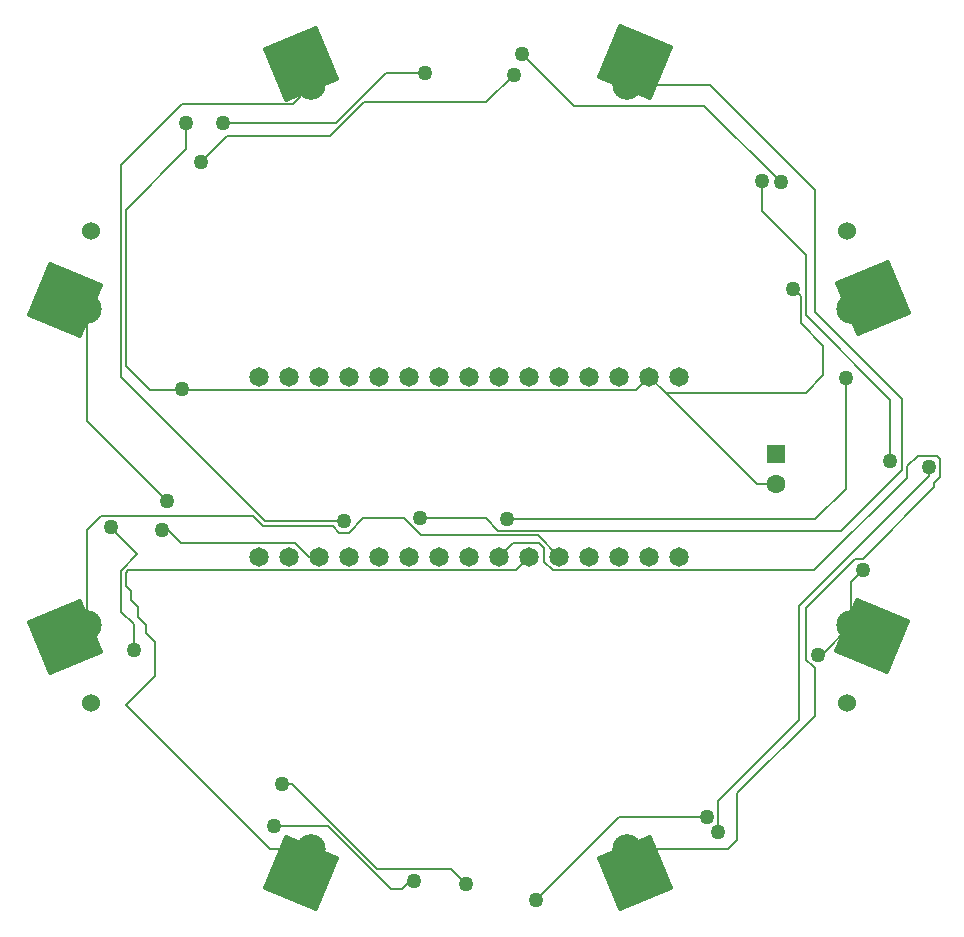
<source format=gbl>
G04 Layer_Physical_Order=2*
G04 Layer_Color=11436288*
%FSLAX24Y24*%
%MOIN*%
G70*
G01*
G75*
%ADD10C,0.0059*%
%ADD22P,0.2784X4X67.5*%
%ADD23P,0.2784X4X112.5*%
G04:AMPARAMS|DCode=24|XSize=196.9mil|YSize=196.9mil|CornerRadius=0mil|HoleSize=0mil|Usage=FLASHONLY|Rotation=67.500|XOffset=0mil|YOffset=0mil|HoleType=Round|Shape=Rectangle|*
%AMROTATEDRECTD24*
4,1,4,0.0533,-0.1286,-0.1286,-0.0533,-0.0533,0.1286,0.1286,0.0533,0.0533,-0.1286,0.0*
%
%ADD24ROTATEDRECTD24*%

%ADD25P,0.2784X4X67.5*%
G04:AMPARAMS|DCode=26|XSize=196.9mil|YSize=196.9mil|CornerRadius=0mil|HoleSize=0mil|Usage=FLASHONLY|Rotation=22.500|XOffset=0mil|YOffset=0mil|HoleType=Round|Shape=Rectangle|*
%AMROTATEDRECTD26*
4,1,4,-0.0533,-0.1286,-0.1286,0.0533,0.0533,0.1286,0.1286,-0.0533,-0.0533,-0.1286,0.0*
%
%ADD26ROTATEDRECTD26*%

%ADD27C,0.0650*%
%ADD28C,0.0984*%
%ADD29R,0.0630X0.0630*%
%ADD30C,0.0630*%
%ADD31C,0.0600*%
%ADD32C,0.0500*%
D10*
X18484Y24545D02*
Y24878D01*
X18249Y25114D02*
X18484Y24878D01*
X18160Y26090D02*
X31070D01*
X18080Y26010D02*
X18160Y26090D01*
X18080Y25562D02*
Y26010D01*
Y25562D02*
X18249Y25394D01*
Y25114D02*
Y25394D01*
X32320Y26090D02*
X41023D01*
X32030Y26380D02*
X32320Y26090D01*
X31070D02*
X31530Y26550D01*
X23290Y18970D02*
X23628D01*
X40510Y24890D02*
X44854Y29234D01*
X40510Y21090D02*
Y24890D01*
X17921Y26076D02*
X18465Y26620D01*
X17921Y24717D02*
Y26076D01*
X41023Y26090D02*
X44115Y29181D01*
X45233Y29209D02*
Y29797D01*
X45019Y28995D02*
X45233Y29209D01*
X45120Y29910D02*
X45233Y29797D01*
X44854Y29234D02*
Y29528D01*
X44115Y29555D02*
X44470Y29910D01*
X44115Y29181D02*
Y29555D01*
X43940Y29440D02*
Y31810D01*
X41916Y27416D02*
X43940Y29440D01*
X43560Y29720D02*
Y31781D01*
X19291Y27441D02*
X19488D01*
X16797Y31053D02*
X19450Y28400D01*
X19488Y27441D02*
X19925Y27005D01*
X23718D01*
X24173Y26550D01*
X24530D01*
X30499Y27416D02*
X41916D01*
X30081Y27835D02*
X30499Y27416D01*
X27915Y27257D02*
X31823D01*
X27337Y27835D02*
X27915Y27257D01*
X25991Y27835D02*
X27337D01*
X27874D02*
X30081D01*
X41065Y27795D02*
X42070Y28800D01*
X31823Y27257D02*
X32530Y26550D01*
X30787Y27795D02*
X41065D01*
X26767Y42677D02*
X28040D01*
X25080Y40990D02*
X26767Y42677D01*
X21310Y40990D02*
X25080D01*
X31283Y43307D02*
X33020Y41570D01*
X37361D01*
X39911Y39020D01*
X18890Y32090D02*
X35070D01*
X36080Y32000D02*
X40740D01*
X41330Y32590D01*
Y33580D01*
X40590Y34320D02*
X41330Y33580D01*
X40590Y34320D02*
Y35220D01*
X30530Y26550D02*
X30985Y27005D01*
X31845D01*
X32030Y26820D01*
Y26380D02*
Y26820D01*
X44470Y29910D02*
X45120D01*
X45019Y28853D02*
Y28995D01*
X42646Y26480D02*
X45019Y28853D01*
X42400Y26480D02*
X42646D01*
X38450Y18660D02*
X41040Y21250D01*
X38450Y17090D02*
Y18660D01*
X38157Y16797D02*
X38450Y17090D01*
X34801Y16797D02*
X38157D01*
X42258Y25718D02*
X42640Y26100D01*
X42258Y24254D02*
Y25718D01*
X42070Y28800D02*
Y32510D01*
X16797Y31053D02*
Y34801D01*
X23646Y41650D02*
X24254Y42258D01*
X19950Y41650D02*
X23646D01*
X17910Y39610D02*
X19950Y41650D01*
X17910Y32530D02*
Y39610D01*
Y32530D02*
X22710Y27730D01*
X25350D01*
X34801Y42258D02*
X37552D01*
X41040Y38770D01*
Y34710D02*
Y38770D01*
Y34710D02*
X43940Y31810D01*
X20584Y39700D02*
X21464Y40580D01*
X26020Y41700D02*
X30100D01*
X31010Y42610D01*
X40750Y34591D02*
X43560Y31781D01*
X39291Y38069D02*
X40750Y36610D01*
X31768Y15118D02*
X34520Y17870D01*
X37440D01*
X39119Y28961D02*
X39764D01*
X35070Y32090D02*
X35530Y32550D01*
X18070Y32910D02*
X18890Y32090D01*
X18070Y32910D02*
Y38110D01*
X20090Y40130D01*
Y40990D01*
X35530Y32550D02*
X36080Y32000D01*
X39119Y28961D01*
X40750Y34591D02*
Y36610D01*
X40330Y35480D02*
X40590Y35220D01*
X39291Y38069D02*
Y39055D01*
X22888Y16797D02*
X24254D01*
X23031Y17559D02*
X24814D01*
X26913Y15461D01*
X27272D01*
X23628Y18970D02*
X26457Y16142D01*
X28908D01*
X29430Y15620D01*
X27272Y15461D02*
X27559Y15748D01*
X27677D01*
X18080Y21605D02*
X22888Y16797D01*
X18484Y24545D02*
X18754Y24275D01*
Y23991D02*
Y24275D01*
Y23991D02*
X19058Y23688D01*
Y22583D02*
Y23688D01*
X18080Y21605D02*
X19058Y22583D01*
X18346Y23425D02*
Y24291D01*
X17921Y24717D02*
X18346Y24291D01*
X22644Y27571D02*
X24972D01*
X25193Y27350D01*
X25507D01*
X25991Y27835D01*
X16797Y24254D02*
Y27427D01*
X17598Y27486D02*
X18465Y26620D01*
X17598Y27486D02*
Y27520D01*
X17269Y27899D02*
X22316D01*
X16797Y27427D02*
X17269Y27899D01*
X22316D02*
X22644Y27571D01*
X37820Y17380D02*
Y18400D01*
X40510Y21090D01*
X41040Y21250D02*
Y22836D01*
X41142Y23268D02*
X41271D01*
X40988Y22888D02*
X41040Y22836D01*
X40984Y22888D02*
X40988D01*
X40762Y23110D02*
X40984Y22888D01*
X40762Y23110D02*
Y24842D01*
X41271Y23268D02*
X42258Y24254D01*
X40762Y24842D02*
X42400Y26480D01*
X21464Y40580D02*
X24900D01*
X26020Y41700D01*
D22*
X16044Y23884D02*
D03*
X35060Y16010D02*
D03*
D23*
X23924Y16005D02*
D03*
X16050Y35100D02*
D03*
D24*
X35066Y43052D02*
D03*
X42940Y23918D02*
D03*
D25*
X23918Y42979D02*
D03*
D26*
X42974Y35184D02*
D03*
D27*
X36530Y26550D02*
D03*
X35530D02*
D03*
X34530D02*
D03*
X33530D02*
D03*
X32530D02*
D03*
X31530D02*
D03*
X30530D02*
D03*
X29530D02*
D03*
X28530D02*
D03*
X27530D02*
D03*
X26530D02*
D03*
X25530D02*
D03*
X24530D02*
D03*
X23530D02*
D03*
X22530D02*
D03*
X36530Y32550D02*
D03*
X35530D02*
D03*
X34530D02*
D03*
X33530D02*
D03*
X32530D02*
D03*
X31530D02*
D03*
X30530D02*
D03*
X22530D02*
D03*
X23530D02*
D03*
X24530D02*
D03*
X25530D02*
D03*
X26530D02*
D03*
X27530D02*
D03*
X28530D02*
D03*
X29530D02*
D03*
D28*
X16797Y34801D02*
D03*
X24254Y42258D02*
D03*
X42258Y34801D02*
D03*
X34801Y42258D02*
D03*
X16797Y24254D02*
D03*
X24254Y16797D02*
D03*
X34801Y16797D02*
D03*
X42258Y24254D02*
D03*
D29*
X39764Y29961D02*
D03*
D30*
Y28961D02*
D03*
D31*
X16929Y37402D02*
D03*
X42126D02*
D03*
X16929Y21654D02*
D03*
X42126D02*
D03*
D32*
X23290Y18970D02*
D03*
X44854Y29528D02*
D03*
X43560Y29720D02*
D03*
X19291Y27441D02*
D03*
X19450Y28400D02*
D03*
X19961Y32126D02*
D03*
X27874Y27835D02*
D03*
X30787Y27795D02*
D03*
X28040Y42677D02*
D03*
X21310Y40990D02*
D03*
X29430Y15620D02*
D03*
X31283Y43307D02*
D03*
X39911Y39020D02*
D03*
X37820Y17380D02*
D03*
X42640Y26100D02*
D03*
X42070Y32510D02*
D03*
X25350Y27730D02*
D03*
X20584Y39700D02*
D03*
X31010Y42610D02*
D03*
X31768Y15118D02*
D03*
X37440Y17870D02*
D03*
X20090Y40990D02*
D03*
X40330Y35480D02*
D03*
X39291Y39055D02*
D03*
X23031Y17559D02*
D03*
X27677Y15748D02*
D03*
X18346Y23425D02*
D03*
X17598Y27520D02*
D03*
X41142Y23268D02*
D03*
M02*

</source>
